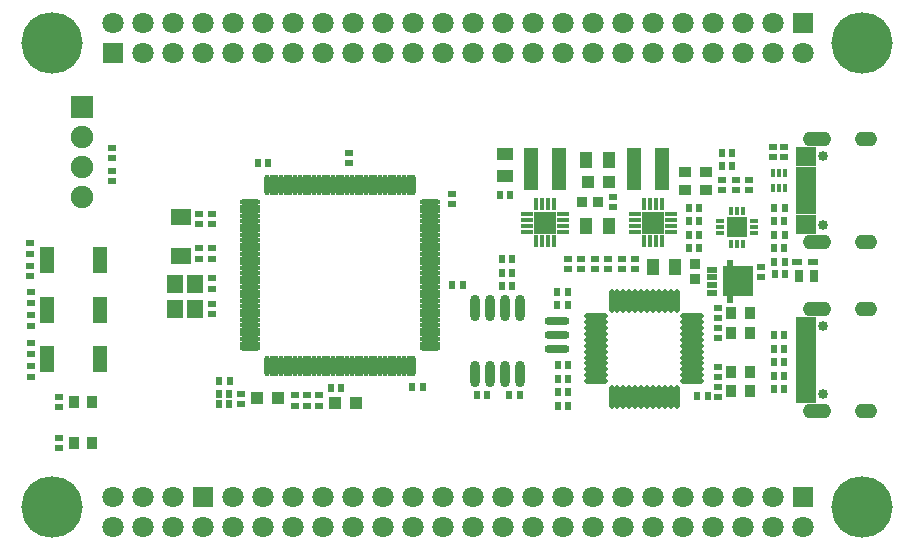
<source format=gts>
G04*
G04 #@! TF.GenerationSoftware,Altium Limited,Altium Designer,21.1.1 (26)*
G04*
G04 Layer_Color=8388736*
%FSLAX25Y25*%
%MOIN*%
G70*
G04*
G04 #@! TF.SameCoordinates,7EEBE310-2877-491A-A4CC-80A9302AE9BF*
G04*
G04*
G04 #@! TF.FilePolarity,Negative*
G04*
G01*
G75*
%ADD53R,0.02769X0.02375*%
%ADD54R,0.04934X0.08674*%
%ADD55R,0.02375X0.02769*%
%ADD56R,0.03753X0.02375*%
%ADD57R,0.10249X0.10446*%
%ADD58R,0.02375X0.02887*%
%ADD59R,0.03753X0.03950*%
%ADD60O,0.07887X0.01900*%
%ADD61O,0.01900X0.07887*%
%ADD62R,0.07493X0.07493*%
%ADD63R,0.03950X0.01784*%
%ADD64R,0.01784X0.03950*%
%ADD65R,0.03359X0.01981*%
%ADD66R,0.02965X0.03950*%
G04:AMPARAMS|DCode=67|XSize=23.75mil|YSize=82.8mil|CornerRadius=7.94mil|HoleSize=0mil|Usage=FLASHONLY|Rotation=270.000|XOffset=0mil|YOffset=0mil|HoleType=Round|Shape=RoundedRectangle|*
%AMROUNDEDRECTD67*
21,1,0.02375,0.06693,0,0,270.0*
21,1,0.00787,0.08280,0,0,270.0*
1,1,0.01587,-0.03347,-0.00394*
1,1,0.01587,-0.03347,0.00394*
1,1,0.01587,0.03347,0.00394*
1,1,0.01587,0.03347,-0.00394*
%
%ADD67ROUNDEDRECTD67*%
%ADD68R,0.04658X0.14186*%
%ADD69R,0.03950X0.03753*%
%ADD70R,0.01784X0.03162*%
%ADD71R,0.03162X0.01784*%
%ADD72R,0.06509X0.06509*%
%ADD73R,0.05800X0.04300*%
%ADD74R,0.04300X0.05800*%
%ADD75R,0.03800X0.03800*%
%ADD76R,0.03800X0.03800*%
%ADD77R,0.04300X0.04300*%
%ADD78O,0.01706X0.07099*%
%ADD79O,0.07099X0.01706*%
%ADD80O,0.03200X0.08800*%
%ADD81R,0.06509X0.01981*%
%ADD82R,0.05524X0.05918*%
%ADD83R,0.06706X0.05524*%
%ADD84C,0.07493*%
%ADD85R,0.07099X0.07099*%
%ADD86C,0.07099*%
%ADD87C,0.03359*%
G04:AMPARAMS|DCode=88|XSize=47.37mil|YSize=70.99mil|CornerRadius=18.76mil|HoleSize=0mil|Usage=FLASHONLY|Rotation=90.000|XOffset=0mil|YOffset=0mil|HoleType=Round|Shape=RoundedRectangle|*
%AMROUNDEDRECTD88*
21,1,0.04737,0.03347,0,0,90.0*
21,1,0.00984,0.07099,0,0,90.0*
1,1,0.03753,0.01673,0.00492*
1,1,0.03753,0.01673,-0.00492*
1,1,0.03753,-0.01673,-0.00492*
1,1,0.03753,-0.01673,0.00492*
%
%ADD88ROUNDEDRECTD88*%
G04:AMPARAMS|DCode=89|XSize=47.37mil|YSize=90.68mil|CornerRadius=18.76mil|HoleSize=0mil|Usage=FLASHONLY|Rotation=90.000|XOffset=0mil|YOffset=0mil|HoleType=Round|Shape=RoundedRectangle|*
%AMROUNDEDRECTD89*
21,1,0.04737,0.05315,0,0,90.0*
21,1,0.00984,0.09068,0,0,90.0*
1,1,0.03753,0.02657,0.00492*
1,1,0.03753,0.02657,-0.00492*
1,1,0.03753,-0.02657,-0.00492*
1,1,0.03753,-0.02657,0.00492*
%
%ADD89ROUNDEDRECTD89*%
%ADD90C,0.20485*%
D53*
X1274783Y1266457D02*
D03*
X1274784Y1270000D02*
D03*
X1518500Y1258654D02*
D03*
Y1262000D02*
D03*
X1504000Y1238229D02*
D03*
Y1241575D02*
D03*
X1284500Y1201729D02*
D03*
Y1205075D02*
D03*
X1284500Y1218771D02*
D03*
Y1215425D02*
D03*
X1504000Y1218729D02*
D03*
Y1222075D02*
D03*
Y1228771D02*
D03*
Y1225425D02*
D03*
X1302000Y1301500D02*
D03*
Y1298153D02*
D03*
Y1290500D02*
D03*
Y1293847D02*
D03*
X1504000Y1248300D02*
D03*
Y1244954D02*
D03*
X1472000Y1264500D02*
D03*
Y1261154D02*
D03*
X1522383Y1298728D02*
D03*
Y1302075D02*
D03*
X1509871Y1291106D02*
D03*
Y1287760D02*
D03*
X1505371Y1291106D02*
D03*
Y1287760D02*
D03*
X1514371Y1291106D02*
D03*
Y1287760D02*
D03*
X1525883Y1298728D02*
D03*
Y1302075D02*
D03*
X1453883Y1261185D02*
D03*
X1453883Y1264728D02*
D03*
X1467383Y1261185D02*
D03*
X1467383Y1264728D02*
D03*
X1381083Y1300074D02*
D03*
X1381083Y1296531D02*
D03*
X1335383Y1276228D02*
D03*
X1335384Y1279771D02*
D03*
X1415384Y1286371D02*
D03*
X1415383Y1282828D02*
D03*
X1335384Y1268271D02*
D03*
X1335383Y1264728D02*
D03*
X1344883Y1216185D02*
D03*
X1344883Y1219728D02*
D03*
X1362883Y1219228D02*
D03*
X1362883Y1215685D02*
D03*
X1366883D02*
D03*
X1366883Y1219228D02*
D03*
X1370883Y1215685D02*
D03*
X1370883Y1219228D02*
D03*
X1335384Y1258271D02*
D03*
X1335383Y1254728D02*
D03*
X1335383Y1246185D02*
D03*
X1335383Y1249728D02*
D03*
X1274883Y1249957D02*
D03*
X1274883Y1253500D02*
D03*
X1330884Y1279771D02*
D03*
X1330883Y1276228D02*
D03*
X1330883Y1264685D02*
D03*
X1330883Y1268228D02*
D03*
X1274883Y1232957D02*
D03*
X1274883Y1236500D02*
D03*
X1468883Y1281882D02*
D03*
Y1285228D02*
D03*
X1274883Y1242457D02*
D03*
Y1245804D02*
D03*
X1274783Y1258957D02*
D03*
Y1262304D02*
D03*
X1274883Y1225457D02*
D03*
Y1228804D02*
D03*
X1458383Y1261228D02*
D03*
Y1264575D02*
D03*
X1462883Y1261228D02*
D03*
Y1264575D02*
D03*
X1476500Y1261229D02*
D03*
Y1264575D02*
D03*
D54*
X1280363Y1264228D02*
D03*
X1297883D02*
D03*
X1280363Y1231228D02*
D03*
X1297883D02*
D03*
X1280363Y1247728D02*
D03*
X1297883D02*
D03*
D55*
X1435383Y1255728D02*
D03*
X1432037D02*
D03*
X1432017Y1260087D02*
D03*
X1435363D02*
D03*
X1432112Y1264729D02*
D03*
X1435458D02*
D03*
X1526372Y1272728D02*
D03*
X1522829Y1272729D02*
D03*
X1526175Y1277260D02*
D03*
X1522829D02*
D03*
X1522828Y1281760D02*
D03*
X1526371Y1281760D02*
D03*
X1526175Y1268228D02*
D03*
X1522829D02*
D03*
X1522828Y1263729D02*
D03*
X1526371Y1263728D02*
D03*
X1523000Y1259500D02*
D03*
X1526346D02*
D03*
X1450340Y1249229D02*
D03*
X1453883Y1249228D02*
D03*
X1450340Y1253729D02*
D03*
X1453883Y1253728D02*
D03*
X1526155Y1239228D02*
D03*
X1522808D02*
D03*
X1526155Y1221228D02*
D03*
X1522808D02*
D03*
Y1234728D02*
D03*
X1526155D02*
D03*
Y1230228D02*
D03*
X1522808D02*
D03*
X1526155Y1225728D02*
D03*
X1522808D02*
D03*
X1494425Y1277228D02*
D03*
X1497771D02*
D03*
Y1272760D02*
D03*
X1494425D02*
D03*
X1497771Y1268260D02*
D03*
X1494425D02*
D03*
X1374883Y1221728D02*
D03*
X1378426Y1221728D02*
D03*
X1405726Y1222031D02*
D03*
X1402183Y1222031D02*
D03*
X1418926Y1256128D02*
D03*
X1415383Y1256128D02*
D03*
X1337728Y1224000D02*
D03*
X1341271Y1224000D02*
D03*
X1354183Y1296729D02*
D03*
X1350640Y1296729D02*
D03*
X1434340Y1219229D02*
D03*
X1437883Y1219228D02*
D03*
X1500543Y1219000D02*
D03*
X1497000Y1219000D02*
D03*
X1431229Y1286000D02*
D03*
X1434575D02*
D03*
X1341154Y1216228D02*
D03*
X1337808D02*
D03*
X1341154Y1219728D02*
D03*
X1337808D02*
D03*
X1426883Y1219228D02*
D03*
X1423537D02*
D03*
X1450537Y1224728D02*
D03*
X1453883D02*
D03*
X1450537Y1220228D02*
D03*
X1453883D02*
D03*
X1450537Y1215728D02*
D03*
X1453883D02*
D03*
X1505500Y1295500D02*
D03*
X1508846D02*
D03*
X1453883Y1229228D02*
D03*
X1450537D02*
D03*
X1505500Y1300000D02*
D03*
X1508846D02*
D03*
X1494425Y1281728D02*
D03*
X1497771D02*
D03*
D56*
X1502000Y1253382D02*
D03*
Y1261059D02*
D03*
Y1255941D02*
D03*
Y1258500D02*
D03*
D57*
X1510760Y1257220D02*
D03*
D58*
X1508004Y1251354D02*
D03*
Y1263087D02*
D03*
D59*
X1289404Y1203428D02*
D03*
X1295507D02*
D03*
X1289404Y1216928D02*
D03*
X1295507D02*
D03*
X1508500Y1227000D02*
D03*
X1514602D02*
D03*
X1508500Y1220500D02*
D03*
X1514602D02*
D03*
X1508500Y1246500D02*
D03*
X1514602D02*
D03*
X1508500Y1240000D02*
D03*
X1514602D02*
D03*
D60*
X1463338Y1245555D02*
D03*
Y1243587D02*
D03*
Y1241618D02*
D03*
Y1239650D02*
D03*
Y1237681D02*
D03*
Y1235713D02*
D03*
Y1233744D02*
D03*
Y1231776D02*
D03*
Y1229807D02*
D03*
Y1227839D02*
D03*
Y1225870D02*
D03*
Y1223902D02*
D03*
X1495428D02*
D03*
Y1225870D02*
D03*
Y1227839D02*
D03*
Y1229807D02*
D03*
Y1231776D02*
D03*
Y1233744D02*
D03*
Y1235713D02*
D03*
Y1237681D02*
D03*
Y1239650D02*
D03*
Y1241618D02*
D03*
Y1243587D02*
D03*
Y1245555D02*
D03*
D61*
X1468556Y1218684D02*
D03*
X1470525D02*
D03*
X1472493D02*
D03*
X1474462D02*
D03*
X1476430D02*
D03*
X1478399D02*
D03*
X1480367D02*
D03*
X1482336D02*
D03*
X1484304D02*
D03*
X1486273D02*
D03*
X1488241D02*
D03*
X1490210D02*
D03*
Y1250773D02*
D03*
X1488241D02*
D03*
X1486273D02*
D03*
X1484304D02*
D03*
X1482336D02*
D03*
X1480367D02*
D03*
X1478399D02*
D03*
X1476430D02*
D03*
X1474462D02*
D03*
X1472493D02*
D03*
X1470525D02*
D03*
X1468556D02*
D03*
D62*
X1482383Y1276728D02*
D03*
X1446383D02*
D03*
X1291883Y1315228D02*
D03*
D63*
X1488484Y1279681D02*
D03*
Y1277713D02*
D03*
Y1275744D02*
D03*
Y1273776D02*
D03*
X1476282D02*
D03*
Y1275744D02*
D03*
Y1277713D02*
D03*
Y1279681D02*
D03*
X1452484D02*
D03*
Y1277713D02*
D03*
Y1275744D02*
D03*
Y1273776D02*
D03*
X1440282D02*
D03*
Y1275744D02*
D03*
Y1277713D02*
D03*
Y1279681D02*
D03*
D64*
X1485336Y1270728D02*
D03*
X1483367D02*
D03*
X1481399D02*
D03*
X1479430D02*
D03*
Y1282929D02*
D03*
X1481399D02*
D03*
X1483367D02*
D03*
X1485336D02*
D03*
X1449336Y1270728D02*
D03*
X1447367D02*
D03*
X1445399D02*
D03*
X1443430D02*
D03*
Y1282929D02*
D03*
X1445399D02*
D03*
X1447367D02*
D03*
X1449336D02*
D03*
D65*
X1535815Y1263500D02*
D03*
X1530500D02*
D03*
D66*
X1531000Y1259000D02*
D03*
X1535921D02*
D03*
D67*
X1450383Y1243953D02*
D03*
Y1239228D02*
D03*
Y1234504D02*
D03*
D68*
X1485383Y1294728D02*
D03*
X1476052D02*
D03*
X1450883D02*
D03*
X1441553D02*
D03*
D69*
X1499900Y1293700D02*
D03*
Y1287597D02*
D03*
X1493000Y1293700D02*
D03*
Y1287597D02*
D03*
D70*
X1508403Y1280772D02*
D03*
X1510371D02*
D03*
X1512340D02*
D03*
X1508403Y1269748D02*
D03*
X1510371D02*
D03*
X1512340D02*
D03*
X1522415Y1293287D02*
D03*
X1524383D02*
D03*
X1526352D02*
D03*
X1522415Y1288169D02*
D03*
X1524383D02*
D03*
X1526352D02*
D03*
D71*
X1504860Y1273291D02*
D03*
Y1275260D02*
D03*
Y1277228D02*
D03*
X1515883Y1273291D02*
D03*
Y1275260D02*
D03*
Y1277228D02*
D03*
D72*
X1510371Y1275260D02*
D03*
D73*
X1432883Y1299709D02*
D03*
Y1292228D02*
D03*
D74*
X1460122Y1275728D02*
D03*
X1467602D02*
D03*
X1460122Y1297728D02*
D03*
X1467602D02*
D03*
X1489740Y1262000D02*
D03*
X1482259D02*
D03*
D75*
X1463883Y1283728D02*
D03*
X1458765D02*
D03*
D76*
X1496500Y1257882D02*
D03*
Y1263000D02*
D03*
D77*
X1460555Y1290228D02*
D03*
X1467555D02*
D03*
X1376383Y1216728D02*
D03*
X1383383D02*
D03*
X1357383Y1218228D02*
D03*
X1350383D02*
D03*
D78*
X1353637Y1289350D02*
D03*
X1355212D02*
D03*
X1356786D02*
D03*
X1358361D02*
D03*
X1359936D02*
D03*
X1361511D02*
D03*
X1363085D02*
D03*
X1364660D02*
D03*
X1366235D02*
D03*
X1367810D02*
D03*
X1369385D02*
D03*
X1370960D02*
D03*
X1372534D02*
D03*
X1374109D02*
D03*
X1375684D02*
D03*
X1377259D02*
D03*
X1378834D02*
D03*
X1380408D02*
D03*
X1381983D02*
D03*
X1383558D02*
D03*
X1385133D02*
D03*
X1386708D02*
D03*
X1388282D02*
D03*
X1389857D02*
D03*
X1391432D02*
D03*
X1393007D02*
D03*
X1394582D02*
D03*
X1396156D02*
D03*
X1397731D02*
D03*
X1399306D02*
D03*
X1400881D02*
D03*
X1402456D02*
D03*
X1396156Y1229107D02*
D03*
X1402456D02*
D03*
X1400881D02*
D03*
X1399306D02*
D03*
X1397731D02*
D03*
X1394582D02*
D03*
X1393007D02*
D03*
X1391432D02*
D03*
X1389857D02*
D03*
X1388282D02*
D03*
X1386708D02*
D03*
X1385133D02*
D03*
X1383558D02*
D03*
X1381983D02*
D03*
X1380408D02*
D03*
X1378834D02*
D03*
X1377259D02*
D03*
X1375684D02*
D03*
X1374109D02*
D03*
X1372534D02*
D03*
X1370959D02*
D03*
X1369385D02*
D03*
X1367810D02*
D03*
X1366235D02*
D03*
X1364660D02*
D03*
X1363085D02*
D03*
X1361511D02*
D03*
X1359936D02*
D03*
X1358361D02*
D03*
X1356786D02*
D03*
X1355212D02*
D03*
X1353637D02*
D03*
D79*
X1408167Y1283638D02*
D03*
Y1282063D02*
D03*
Y1280488D02*
D03*
Y1278913D02*
D03*
Y1277339D02*
D03*
Y1275764D02*
D03*
Y1274189D02*
D03*
Y1272614D02*
D03*
Y1271039D02*
D03*
Y1269465D02*
D03*
Y1267890D02*
D03*
Y1266315D02*
D03*
Y1264740D02*
D03*
Y1263165D02*
D03*
Y1261591D02*
D03*
Y1260016D02*
D03*
Y1258441D02*
D03*
Y1256866D02*
D03*
Y1255291D02*
D03*
Y1253716D02*
D03*
Y1252142D02*
D03*
Y1250567D02*
D03*
Y1248992D02*
D03*
Y1247417D02*
D03*
Y1245842D02*
D03*
Y1244268D02*
D03*
Y1242693D02*
D03*
Y1241118D02*
D03*
Y1239543D02*
D03*
Y1237969D02*
D03*
Y1236394D02*
D03*
X1347925Y1234819D02*
D03*
Y1236394D02*
D03*
Y1237969D02*
D03*
Y1239543D02*
D03*
Y1241118D02*
D03*
Y1242693D02*
D03*
Y1244268D02*
D03*
Y1245842D02*
D03*
Y1247417D02*
D03*
Y1248992D02*
D03*
Y1250567D02*
D03*
Y1252142D02*
D03*
Y1253716D02*
D03*
Y1255291D02*
D03*
Y1256866D02*
D03*
Y1258441D02*
D03*
Y1260016D02*
D03*
Y1261591D02*
D03*
Y1263165D02*
D03*
Y1264740D02*
D03*
Y1266315D02*
D03*
Y1267890D02*
D03*
Y1269465D02*
D03*
Y1271039D02*
D03*
Y1272614D02*
D03*
Y1274189D02*
D03*
Y1275764D02*
D03*
Y1277339D02*
D03*
Y1278913D02*
D03*
Y1280488D02*
D03*
Y1282063D02*
D03*
X1408167Y1234819D02*
D03*
X1347925Y1283638D02*
D03*
D80*
X1422883Y1226228D02*
D03*
X1427883D02*
D03*
X1432883D02*
D03*
X1437883D02*
D03*
X1422883Y1248228D02*
D03*
X1432883D02*
D03*
X1437883D02*
D03*
X1427883D02*
D03*
D81*
X1533320Y1237881D02*
D03*
Y1235912D02*
D03*
Y1224101D02*
D03*
Y1226070D02*
D03*
Y1231975D02*
D03*
Y1230007D02*
D03*
Y1228038D02*
D03*
Y1233944D02*
D03*
Y1240046D02*
D03*
Y1241227D02*
D03*
Y1221936D02*
D03*
Y1220755D02*
D03*
Y1244377D02*
D03*
Y1243196D02*
D03*
Y1218786D02*
D03*
Y1217605D02*
D03*
X1533379Y1294348D02*
D03*
Y1292379D02*
D03*
Y1280568D02*
D03*
Y1282537D02*
D03*
Y1288442D02*
D03*
Y1286474D02*
D03*
Y1284505D02*
D03*
Y1290411D02*
D03*
Y1296513D02*
D03*
Y1297694D02*
D03*
Y1278403D02*
D03*
Y1277222D02*
D03*
Y1300844D02*
D03*
Y1299663D02*
D03*
Y1275253D02*
D03*
Y1274072D02*
D03*
D82*
X1323037Y1256362D02*
D03*
Y1248094D02*
D03*
X1329730D02*
D03*
Y1256362D02*
D03*
D83*
X1324883Y1265732D02*
D03*
Y1278724D02*
D03*
D84*
X1291883Y1305228D02*
D03*
Y1295228D02*
D03*
Y1285228D02*
D03*
D85*
X1532383Y1185228D02*
D03*
Y1343228D02*
D03*
X1332383Y1185228D02*
D03*
X1302383Y1333228D02*
D03*
D86*
X1532383Y1175228D02*
D03*
X1522383Y1185228D02*
D03*
Y1175228D02*
D03*
X1512383Y1185228D02*
D03*
Y1175228D02*
D03*
X1502383Y1185228D02*
D03*
Y1175228D02*
D03*
X1492383Y1185228D02*
D03*
Y1175228D02*
D03*
X1482383Y1185228D02*
D03*
Y1175228D02*
D03*
X1472383Y1185228D02*
D03*
Y1175228D02*
D03*
X1462383Y1185228D02*
D03*
Y1175228D02*
D03*
X1452383Y1185228D02*
D03*
Y1175228D02*
D03*
X1442383Y1185228D02*
D03*
Y1175228D02*
D03*
X1432383Y1185228D02*
D03*
Y1175228D02*
D03*
X1422383Y1185228D02*
D03*
Y1175228D02*
D03*
X1412383Y1185228D02*
D03*
Y1175228D02*
D03*
X1402383Y1185228D02*
D03*
Y1175228D02*
D03*
X1392383Y1185228D02*
D03*
Y1175228D02*
D03*
X1382383Y1185228D02*
D03*
Y1175228D02*
D03*
X1372383Y1185228D02*
D03*
Y1175228D02*
D03*
X1362383Y1185228D02*
D03*
Y1175228D02*
D03*
X1352383Y1185228D02*
D03*
Y1175228D02*
D03*
X1342383Y1185228D02*
D03*
Y1175228D02*
D03*
X1532383Y1333228D02*
D03*
X1522383Y1343228D02*
D03*
Y1333228D02*
D03*
X1512383Y1343228D02*
D03*
Y1333228D02*
D03*
X1502383Y1343228D02*
D03*
Y1333228D02*
D03*
X1492383Y1343228D02*
D03*
Y1333228D02*
D03*
X1482383Y1343228D02*
D03*
Y1333228D02*
D03*
X1472383Y1343228D02*
D03*
Y1333228D02*
D03*
X1462383Y1343228D02*
D03*
Y1333228D02*
D03*
X1452383Y1343228D02*
D03*
Y1333228D02*
D03*
X1442383Y1343228D02*
D03*
Y1333228D02*
D03*
X1432383Y1343228D02*
D03*
Y1333228D02*
D03*
X1422383Y1343228D02*
D03*
Y1333228D02*
D03*
X1412383Y1343228D02*
D03*
Y1333228D02*
D03*
X1402383Y1343228D02*
D03*
Y1333228D02*
D03*
X1392383Y1343228D02*
D03*
Y1333228D02*
D03*
X1382383Y1343228D02*
D03*
Y1333228D02*
D03*
X1372383Y1343228D02*
D03*
Y1333228D02*
D03*
X1362383Y1343228D02*
D03*
Y1333228D02*
D03*
X1352383Y1343228D02*
D03*
Y1333228D02*
D03*
X1342383Y1343228D02*
D03*
Y1333228D02*
D03*
X1302383Y1185228D02*
D03*
Y1175228D02*
D03*
X1312383D02*
D03*
Y1185228D02*
D03*
X1322383Y1175228D02*
D03*
Y1185228D02*
D03*
X1332383Y1175228D02*
D03*
Y1333228D02*
D03*
Y1343228D02*
D03*
X1322383D02*
D03*
Y1333228D02*
D03*
X1312383Y1343228D02*
D03*
Y1333228D02*
D03*
X1302383Y1343228D02*
D03*
D87*
X1539009Y1242369D02*
D03*
Y1219613D02*
D03*
X1539068Y1298836D02*
D03*
Y1276080D02*
D03*
D88*
X1553379Y1247999D02*
D03*
Y1213983D02*
D03*
X1553438Y1304466D02*
D03*
Y1270450D02*
D03*
D89*
X1536923Y1247999D02*
D03*
Y1213983D02*
D03*
X1536982Y1304466D02*
D03*
Y1270450D02*
D03*
D90*
X1282194Y1181925D02*
D03*
Y1336532D02*
D03*
X1551879D02*
D03*
Y1181925D02*
D03*
M02*

</source>
